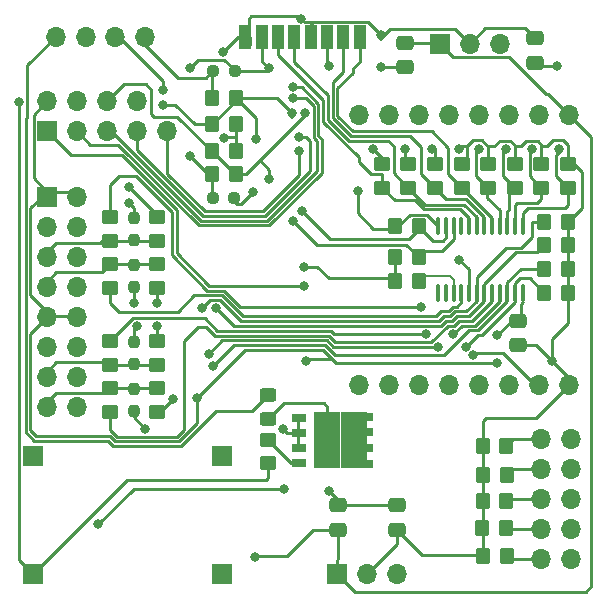
<source format=gbr>
%TF.GenerationSoftware,KiCad,Pcbnew,8.0.1*%
%TF.CreationDate,2024-03-29T13:37:13+01:00*%
%TF.ProjectId,EHealth_PCB,45486561-6c74-4685-9f50-43422e6b6963,rev?*%
%TF.SameCoordinates,Original*%
%TF.FileFunction,Copper,L1,Top*%
%TF.FilePolarity,Positive*%
%FSLAX46Y46*%
G04 Gerber Fmt 4.6, Leading zero omitted, Abs format (unit mm)*
G04 Created by KiCad (PCBNEW 8.0.1) date 2024-03-29 13:37:13*
%MOMM*%
%LPD*%
G01*
G04 APERTURE LIST*
G04 Aperture macros list*
%AMRoundRect*
0 Rectangle with rounded corners*
0 $1 Rounding radius*
0 $2 $3 $4 $5 $6 $7 $8 $9 X,Y pos of 4 corners*
0 Add a 4 corners polygon primitive as box body*
4,1,4,$2,$3,$4,$5,$6,$7,$8,$9,$2,$3,0*
0 Add four circle primitives for the rounded corners*
1,1,$1+$1,$2,$3*
1,1,$1+$1,$4,$5*
1,1,$1+$1,$6,$7*
1,1,$1+$1,$8,$9*
0 Add four rect primitives between the rounded corners*
20,1,$1+$1,$2,$3,$4,$5,0*
20,1,$1+$1,$4,$5,$6,$7,0*
20,1,$1+$1,$6,$7,$8,$9,0*
20,1,$1+$1,$8,$9,$2,$3,0*%
G04 Aperture macros list end*
%TA.AperFunction,SMDPad,CuDef*%
%ADD10RoundRect,0.250000X0.350000X0.450000X-0.350000X0.450000X-0.350000X-0.450000X0.350000X-0.450000X0*%
%TD*%
%TA.AperFunction,SMDPad,CuDef*%
%ADD11RoundRect,0.250000X-0.450000X0.350000X-0.450000X-0.350000X0.450000X-0.350000X0.450000X0.350000X0*%
%TD*%
%TA.AperFunction,ComponentPad*%
%ADD12O,1.700000X1.700000*%
%TD*%
%TA.AperFunction,SMDPad,CuDef*%
%ADD13RoundRect,0.250000X-0.350000X-0.450000X0.350000X-0.450000X0.350000X0.450000X-0.350000X0.450000X0*%
%TD*%
%TA.AperFunction,SMDPad,CuDef*%
%ADD14RoundRect,0.237500X0.237500X-0.250000X0.237500X0.250000X-0.237500X0.250000X-0.237500X-0.250000X0*%
%TD*%
%TA.AperFunction,ComponentPad*%
%ADD15R,1.700000X1.700000*%
%TD*%
%TA.AperFunction,SMDPad,CuDef*%
%ADD16RoundRect,0.100000X0.100000X-0.637500X0.100000X0.637500X-0.100000X0.637500X-0.100000X-0.637500X0*%
%TD*%
%TA.AperFunction,SMDPad,CuDef*%
%ADD17RoundRect,0.237500X0.250000X0.237500X-0.250000X0.237500X-0.250000X-0.237500X0.250000X-0.237500X0*%
%TD*%
%TA.AperFunction,SMDPad,CuDef*%
%ADD18RoundRect,0.250000X0.450000X-0.350000X0.450000X0.350000X-0.450000X0.350000X-0.450000X-0.350000X0*%
%TD*%
%TA.AperFunction,SMDPad,CuDef*%
%ADD19RoundRect,0.250000X0.475000X-0.337500X0.475000X0.337500X-0.475000X0.337500X-0.475000X-0.337500X0*%
%TD*%
%TA.AperFunction,SMDPad,CuDef*%
%ADD20R,1.200000X0.650000*%
%TD*%
%TA.AperFunction,SMDPad,CuDef*%
%ADD21R,0.500000X0.700000*%
%TD*%
%TA.AperFunction,SMDPad,CuDef*%
%ADD22R,2.250000X2.350000*%
%TD*%
%TA.AperFunction,SMDPad,CuDef*%
%ADD23RoundRect,0.250000X-0.475000X0.337500X-0.475000X-0.337500X0.475000X-0.337500X0.475000X0.337500X0*%
%TD*%
%TA.AperFunction,SMDPad,CuDef*%
%ADD24RoundRect,0.237500X-0.237500X0.250000X-0.237500X-0.250000X0.237500X-0.250000X0.237500X0.250000X0*%
%TD*%
%TA.AperFunction,SMDPad,CuDef*%
%ADD25R,1.000000X2.000000*%
%TD*%
%TA.AperFunction,SMDPad,CuDef*%
%ADD26RoundRect,0.250000X-0.450000X0.325000X-0.450000X-0.325000X0.450000X-0.325000X0.450000X0.325000X0*%
%TD*%
%TA.AperFunction,ViaPad*%
%ADD27C,0.800000*%
%TD*%
%TA.AperFunction,Conductor*%
%ADD28C,0.250000*%
%TD*%
%TA.AperFunction,Conductor*%
%ADD29C,0.127000*%
%TD*%
G04 APERTURE END LIST*
D10*
%TO.P,R16,1*%
%TO.N,Net-(J1-Pin_4)*%
X220771616Y-100351675D03*
%TO.P,R16,2*%
%TO.N,+3.3V*%
X218771616Y-100351675D03*
%TD*%
D11*
%TO.P,R25,1*%
%TO.N,+3.3V*%
X226000000Y-69500000D03*
%TO.P,R25,2*%
%TO.N,Net-(J2-Pin_8)*%
X226000000Y-71500000D03*
%TD*%
%TO.P,R8,1*%
%TO.N,+3.3V*%
X191250000Y-74025159D03*
%TO.P,R8,2*%
%TO.N,Net-(D3-A2)*%
X191250000Y-76025159D03*
%TD*%
D12*
%TO.P,J1,1,Pin_1*%
%TO.N,GND*%
X226275000Y-102990000D03*
%TO.P,J1,2,Pin_2*%
%TO.N,Net-(J1-Pin_2)*%
X223735000Y-102990000D03*
%TO.P,J1,3,Pin_3*%
%TO.N,GND*%
X226275000Y-100450000D03*
%TO.P,J1,4,Pin_4*%
%TO.N,Net-(J1-Pin_4)*%
X223735000Y-100450000D03*
%TO.P,J1,5,Pin_5*%
%TO.N,GND*%
X226275000Y-97910000D03*
%TO.P,J1,6,Pin_6*%
%TO.N,Net-(J1-Pin_6)*%
X223735000Y-97910000D03*
%TO.P,J1,7,Pin_7*%
%TO.N,GND*%
X226275000Y-95370000D03*
%TO.P,J1,8,Pin_8*%
%TO.N,Net-(J1-Pin_8)*%
X223735000Y-95370000D03*
%TO.P,J1,9,Pin_9*%
%TO.N,GND*%
X226275000Y-92830000D03*
%TO.P,J1,10,Pin_10*%
%TO.N,Net-(J1-Pin_10)*%
X223735000Y-92830000D03*
%TD*%
D10*
%TO.P,R17,1*%
%TO.N,Net-(J1-Pin_2)*%
X220811509Y-102698100D03*
%TO.P,R17,2*%
%TO.N,+3.3V*%
X218811509Y-102698100D03*
%TD*%
D13*
%TO.P,R4,1*%
%TO.N,+3.3V*%
X211400000Y-74800000D03*
%TO.P,R4,2*%
%TO.N,/SDA*%
X213400000Y-74800000D03*
%TD*%
D11*
%TO.P,R27,1*%
%TO.N,+3.3V*%
X221500000Y-69500000D03*
%TO.P,R27,2*%
%TO.N,Net-(J2-Pin_4)*%
X221500000Y-71500000D03*
%TD*%
D14*
%TO.P,D5,1,A1*%
%TO.N,GND*%
X189250000Y-90412500D03*
%TO.P,D5,2,A2*%
%TO.N,Net-(D5-A2)*%
X189250000Y-88587500D03*
%TD*%
D10*
%TO.P,R10,1*%
%TO.N,+3.3V*%
X226000000Y-76400000D03*
%TO.P,R10,2*%
%TO.N,Net-(J4-Pin_6)*%
X224000000Y-76400000D03*
%TD*%
D13*
%TO.P,R,1*%
%TO.N,/SCL*%
X195872552Y-66152898D03*
%TO.P,R,2*%
%TO.N,+3.3V*%
X197872552Y-66152898D03*
%TD*%
D15*
%TO.P,U2,1,-Vin*%
%TO.N,GND_12V*%
X180750000Y-104250000D03*
%TO.P,U2,2,+Vin*%
%TO.N,Net-(T1-S)*%
X180750000Y-94250000D03*
%TO.P,U2,3,-Vout*%
%TO.N,GND*%
X196750000Y-104250000D03*
%TO.P,U2,4,+Vout*%
%TO.N,VDD*%
X196750000Y-94250000D03*
%TD*%
D16*
%TO.P,U1,1,A0*%
%TO.N,unconnected-(U1-A0-Pad1)*%
X215025000Y-80462500D03*
%TO.P,U1,2,A1*%
%TO.N,unconnected-(U1-A1-Pad2)*%
X215675000Y-80462500D03*
%TO.P,U1,3,~{RESET}*%
%TO.N,Net-(U1-~{RESET})*%
X216325000Y-80462500D03*
%TO.P,U1,4,SD0*%
%TO.N,Net-(U1-SD0)*%
X216975000Y-80462500D03*
%TO.P,U1,5,SC0*%
%TO.N,Net-(U1-SC0)*%
X217625000Y-80462500D03*
%TO.P,U1,6,SD1*%
%TO.N,Net-(J4-Pin_8)*%
X218275000Y-80462500D03*
%TO.P,U1,7,SC1*%
%TO.N,Net-(J4-Pin_6)*%
X218925000Y-80462500D03*
%TO.P,U1,8,SD2*%
%TO.N,Net-(U1-SD2)*%
X219575000Y-80462500D03*
%TO.P,U1,9,SC2*%
%TO.N,Net-(U1-SC2)*%
X220225000Y-80462500D03*
%TO.P,U1,10,SD3*%
%TO.N,Net-(J4-Pin_16)*%
X220875000Y-80462500D03*
%TO.P,U1,11,SC3*%
%TO.N,Net-(J4-Pin_14)*%
X221525000Y-80462500D03*
%TO.P,U1,12,GND*%
%TO.N,GND*%
X222175000Y-80462500D03*
%TO.P,U1,13,SD4*%
%TO.N,Net-(J2-Pin_8)*%
X222175000Y-74737500D03*
%TO.P,U1,14,SC4*%
%TO.N,Net-(J2-Pin_7)*%
X221525000Y-74737500D03*
%TO.P,U1,15,SD5*%
%TO.N,Net-(J2-Pin_4)*%
X220875000Y-74737500D03*
%TO.P,U1,16,SC5*%
%TO.N,Net-(J2-Pin_3)*%
X220225000Y-74737500D03*
%TO.P,U1,17,SD6*%
%TO.N,Net-(J3-Pin_8)*%
X219575000Y-74737500D03*
%TO.P,U1,18,SC6*%
%TO.N,Net-(J3-Pin_7)*%
X218925000Y-74737500D03*
%TO.P,U1,19,SD7*%
%TO.N,Net-(J3-Pin_4)*%
X218275000Y-74737500D03*
%TO.P,U1,20,SC7*%
%TO.N,Net-(J3-Pin_3)*%
X217625000Y-74737500D03*
%TO.P,U1,21,A2*%
%TO.N,unconnected-(U1-A2-Pad21)*%
X216975000Y-74737500D03*
%TO.P,U1,22,SCL*%
%TO.N,/SCL*%
X216325000Y-74737500D03*
%TO.P,U1,23,SDA*%
%TO.N,/SDA*%
X215675000Y-74737500D03*
%TO.P,U1,24,VCC*%
%TO.N,+3.3V*%
X215025000Y-74737500D03*
%TD*%
D11*
%TO.P,R21,1*%
%TO.N,+3.3V*%
X217000000Y-69500000D03*
%TO.P,R21,2*%
%TO.N,Net-(J3-Pin_8)*%
X217000000Y-71500000D03*
%TD*%
D10*
%TO.P,R18,1*%
%TO.N,+3.3V*%
X226000000Y-78400000D03*
%TO.P,R18,2*%
%TO.N,Net-(J4-Pin_16)*%
X224000000Y-78400000D03*
%TD*%
D15*
%TO.P,J4-OffTheShelf-Digital1,1,Pin_1*%
%TO.N,/A5*%
X181920000Y-66750000D03*
D12*
%TO.P,J4-OffTheShelf-Digital1,2,Pin_2*%
%TO.N,+3.3V*%
X181920000Y-64210000D03*
%TO.P,J4-OffTheShelf-Digital1,3,Pin_3*%
%TO.N,/SPI_CS*%
X184460000Y-66750000D03*
%TO.P,J4-OffTheShelf-Digital1,4,Pin_4*%
%TO.N,GND*%
X184460000Y-64210000D03*
%TO.P,J4-OffTheShelf-Digital1,5,Pin_5*%
%TO.N,/GPIO4_LED*%
X187000000Y-66750000D03*
%TO.P,J4-OffTheShelf-Digital1,6,Pin_6*%
%TO.N,/SDA*%
X187000000Y-64210000D03*
%TO.P,J4-OffTheShelf-Digital1,7,Pin_7*%
%TO.N,/GPIO20_RX*%
X189540000Y-66750000D03*
%TO.P,J4-OffTheShelf-Digital1,8,Pin_8*%
%TO.N,/SCL*%
X189540000Y-64210000D03*
%TO.P,J4-OffTheShelf-Digital1,9,Pin_9*%
%TO.N,/GPIO21_TX*%
X192080000Y-66750000D03*
%TD*%
D11*
%TO.P,R24,1*%
%TO.N,+3.3V*%
X223750000Y-69500000D03*
%TO.P,R24,2*%
%TO.N,Net-(J2-Pin_7)*%
X223750000Y-71500000D03*
%TD*%
%TO.P,R23,1*%
%TO.N,+3.3V*%
X212500000Y-69500000D03*
%TO.P,R23,2*%
%TO.N,Net-(J3-Pin_4)*%
X212500000Y-71500000D03*
%TD*%
D12*
%TO.P,MagneticInterconnect,1,Pin_1*%
%TO.N,VDD_12V*%
X182670000Y-58790000D03*
%TO.P,MagneticInterconnect,2,Pin_2*%
%TO.N,GND_12V*%
X185170000Y-58790000D03*
%TO.P,MagneticInterconnect,3,Pin_3*%
%TO.N,Net-(D2-A2)*%
X187670000Y-58790000D03*
%TO.P,MagneticInterconnect,4,Pin_4*%
%TO.N,Net-(D1-A2)*%
X190170000Y-58790000D03*
%TD*%
D15*
%TO.P,Power,1,Pin_1*%
%TO.N,VDD*%
X206460000Y-104250000D03*
D12*
%TO.P,Power,2,Pin_2*%
%TO.N,+3.3V*%
X209000000Y-104250000D03*
%TO.P,Power,3,Pin_3*%
%TO.N,GND*%
X211540000Y-104250000D03*
%TD*%
D10*
%TO.P,R9,1*%
%TO.N,+3.3V*%
X226000000Y-74400000D03*
%TO.P,R9,2*%
%TO.N,Net-(J4-Pin_8)*%
X224000000Y-74400000D03*
%TD*%
D11*
%TO.P,R26,1*%
%TO.N,+3.3V*%
X219250000Y-69500000D03*
%TO.P,R26,2*%
%TO.N,Net-(J2-Pin_3)*%
X219250000Y-71500000D03*
%TD*%
D17*
%TO.P,D2,1,A1*%
%TO.N,GND*%
X197779449Y-72363000D03*
%TO.P,D2,2,A2*%
%TO.N,Net-(D2-A2)*%
X195954449Y-72363000D03*
%TD*%
D18*
%TO.P,R7,1*%
%TO.N,+3.3V*%
X191250000Y-80000000D03*
%TO.P,R7,2*%
%TO.N,Net-(D4-A2)*%
X191250000Y-78000000D03*
%TD*%
D15*
%TO.P,J4,1,Pin_1*%
%TO.N,+3.3V*%
X181910000Y-72320000D03*
D12*
%TO.P,J4,2,Pin_2*%
X184450000Y-72320000D03*
%TO.P,J4,3,Pin_3*%
%TO.N,GND*%
X181910000Y-74860000D03*
%TO.P,J4,4,Pin_4*%
X184450000Y-74860000D03*
%TO.P,J4,5,Pin_5*%
%TO.N,Net-(D3-A2)*%
X181910000Y-77400000D03*
%TO.P,J4,6,Pin_6*%
%TO.N,Net-(J4-Pin_6)*%
X184450000Y-77400000D03*
%TO.P,J4,7,Pin_7*%
%TO.N,Net-(D4-A2)*%
X181910000Y-79940000D03*
%TO.P,J4,8,Pin_8*%
%TO.N,Net-(J4-Pin_8)*%
X184450000Y-79940000D03*
%TO.P,J4,9,Pin_9*%
%TO.N,+3.3V*%
X181910000Y-82480000D03*
%TO.P,J4,10,Pin_10*%
X184450000Y-82480000D03*
%TO.P,J4,11,Pin_11*%
%TO.N,GND*%
X181910000Y-85020000D03*
%TO.P,J4,12,Pin_12*%
X184450000Y-85020000D03*
%TO.P,J4,13,Pin_13*%
%TO.N,Net-(D6-A2)*%
X181910000Y-87560000D03*
%TO.P,J4,14,Pin_14*%
%TO.N,Net-(J4-Pin_14)*%
X184450000Y-87560000D03*
%TO.P,J4,15,Pin_15*%
%TO.N,Net-(D5-A2)*%
X181910000Y-90100000D03*
%TO.P,J4,16,Pin_16*%
%TO.N,Net-(J4-Pin_16)*%
X184450000Y-90100000D03*
%TD*%
D19*
%TO.P,C1,1*%
%TO.N,GND*%
X212184817Y-61337076D03*
%TO.P,C1,2*%
%TO.N,VDD*%
X212184817Y-59262076D03*
%TD*%
D10*
%TO.P,R14,1*%
%TO.N,Net-(J1-Pin_8)*%
X220811509Y-95832038D03*
%TO.P,R14,2*%
%TO.N,+3.3V*%
X218811509Y-95832038D03*
%TD*%
D20*
%TO.P,T,1,S*%
%TO.N,Net-(T1-S)*%
X203236547Y-91000000D03*
X203236547Y-92270000D03*
X203236547Y-93540000D03*
%TO.P,T,4,G*%
%TO.N,Net-(T1-G)*%
X203236547Y-94810000D03*
D21*
%TO.P,T,5,D*%
%TO.N,Net-(T1-D)*%
X209236547Y-90905000D03*
D22*
X207861547Y-91730000D03*
X205611547Y-91730000D03*
D21*
X209236547Y-92235000D03*
X209236547Y-93575000D03*
D22*
X207861547Y-94080000D03*
X205611547Y-94080000D03*
D21*
X209236547Y-94905000D03*
%TD*%
D10*
%TO.P,FB,1*%
%TO.N,/SDA*%
X197866949Y-70395157D03*
%TO.P,FB,2*%
%TO.N,Net-(D2-A2)*%
X195866949Y-70395157D03*
%TD*%
D13*
%TO.P,R,1*%
%TO.N,/SDA*%
X195872552Y-68424265D03*
%TO.P,R,2*%
%TO.N,+3.3V*%
X197872552Y-68424265D03*
%TD*%
D23*
%TO.P,C1,1*%
%TO.N,GND*%
X206530000Y-98412500D03*
%TO.P,C1,2*%
%TO.N,VDD*%
X206530000Y-100487500D03*
%TD*%
D24*
%TO.P,D3,1,A1*%
%TO.N,GND*%
X189242528Y-74124079D03*
%TO.P,D3,2,A2*%
%TO.N,Net-(D3-A2)*%
X189242528Y-75949079D03*
%TD*%
D14*
%TO.P,D4,1,A1*%
%TO.N,GND*%
X189250000Y-79912500D03*
%TO.P,D4,2,A2*%
%TO.N,Net-(D4-A2)*%
X189250000Y-78087500D03*
%TD*%
D10*
%TO.P,R13,1*%
%TO.N,Net-(J1-Pin_10)*%
X220798693Y-93404591D03*
%TO.P,R13,2*%
%TO.N,+3.3V*%
X218798693Y-93404591D03*
%TD*%
D17*
%TO.P,D1,1,A1*%
%TO.N,GND*%
X197785052Y-61674265D03*
%TO.P,D1,2,A2*%
%TO.N,Net-(D1-A2)*%
X195960052Y-61674265D03*
%TD*%
D10*
%TO.P,R15,1*%
%TO.N,Net-(J1-Pin_6)*%
X220798280Y-98058578D03*
%TO.P,R15,2*%
%TO.N,+3.3V*%
X218798280Y-98058578D03*
%TD*%
D18*
%TO.P,FB5,1*%
%TO.N,Net-(U1-SD2)*%
X187250000Y-90500000D03*
%TO.P,FB5,2*%
%TO.N,Net-(D5-A2)*%
X187250000Y-88500000D03*
%TD*%
D11*
%TO.P,FB6,1*%
%TO.N,Net-(U1-SC2)*%
X187250000Y-84500000D03*
%TO.P,FB6,2*%
%TO.N,Net-(D6-A2)*%
X187250000Y-86500000D03*
%TD*%
D12*
%TO.P,LOLIN_C3_PICO1,1,VIN*%
%TO.N,VDD*%
X226131923Y-65341844D03*
%TO.P,LOLIN_C3_PICO1,2,GND*%
%TO.N,GND*%
X223591923Y-65341844D03*
%TO.P,LOLIN_C3_PICO1,3,6*%
%TO.N,/SPI_CS*%
X221051923Y-65341844D03*
%TO.P,LOLIN_C3_PICO1,4,7_-_RGB_LED*%
%TO.N,/GPIO4_LED*%
X218511923Y-65341844D03*
%TO.P,LOLIN_C3_PICO1,5,8_-_SDA*%
%TO.N,/SDA*%
X215971923Y-65341844D03*
%TO.P,LOLIN_C3_PICO1,6,10_-_SCL*%
%TO.N,/SCL*%
X213431923Y-65341844D03*
%TO.P,LOLIN_C3_PICO1,7,20_-_RX*%
%TO.N,/GPIO20_RX*%
X210891923Y-65341844D03*
%TO.P,LOLIN_C3_PICO1,8,21_-_TX*%
%TO.N,/GPIO21_TX*%
X208351923Y-65341844D03*
%TO.P,LOLIN_C3_PICO1,9,EN_-_RST*%
%TO.N,unconnected-(LOLIN_C3_PICO1-EN_-_RST-Pad9)*%
X208351923Y-88201844D03*
%TO.P,LOLIN_C3_PICO1,10,3_-_A3_-_VBAT*%
%TO.N,Net-(J1-Pin_2)*%
X210891923Y-88201844D03*
%TO.P,LOLIN_C3_PICO1,11,2_-_A2*%
%TO.N,Net-(J1-Pin_4)*%
X213431923Y-88201844D03*
%TO.P,LOLIN_C3_PICO1,12,1_-_A1_-_SCK*%
%TO.N,Net-(J1-Pin_6)*%
X215971923Y-88201844D03*
%TO.P,LOLIN_C3_PICO1,13,0_-_A0_-_MISO*%
%TO.N,Net-(J1-Pin_8)*%
X218511923Y-88201844D03*
%TO.P,LOLIN_C3_PICO1,14,4_-_A4_-_MOSI*%
%TO.N,Net-(J1-Pin_10)*%
X221051923Y-88201844D03*
%TO.P,LOLIN_C3_PICO1,15,5_-_A5*%
%TO.N,/A5*%
X223591923Y-88201844D03*
%TO.P,LOLIN_C3_PICO1,16,3.3V*%
%TO.N,+3.3V*%
X226131923Y-88201844D03*
%TD*%
D19*
%TO.P,C1,1*%
%TO.N,GND*%
X223202941Y-60937076D03*
%TO.P,C1,2*%
%TO.N,+3.3V*%
X223202941Y-58862076D03*
%TD*%
D13*
%TO.P,R1,1*%
%TO.N,+3.3V*%
X211394659Y-77400000D03*
%TO.P,R1,2*%
%TO.N,/SCL*%
X213394659Y-77400000D03*
%TD*%
D11*
%TO.P,R,1*%
%TO.N,Net-(T1-G)*%
X200614669Y-92865984D03*
%TO.P,R,2*%
%TO.N,GND_12V*%
X200614669Y-94865984D03*
%TD*%
D18*
%TO.P,R11,1*%
%TO.N,+3.3V*%
X191250000Y-90500000D03*
%TO.P,R11,2*%
%TO.N,Net-(D5-A2)*%
X191250000Y-88500000D03*
%TD*%
%TO.P,FB4,1*%
%TO.N,Net-(U1-SD0)*%
X187250000Y-80000000D03*
%TO.P,FB4,2*%
%TO.N,Net-(D4-A2)*%
X187250000Y-78000000D03*
%TD*%
D11*
%TO.P,R12,1*%
%TO.N,+3.3V*%
X191250000Y-84500000D03*
%TO.P,R12,2*%
%TO.N,Net-(D6-A2)*%
X191250000Y-86500000D03*
%TD*%
D10*
%TO.P,R19,1*%
%TO.N,+3.3V*%
X226000000Y-80400000D03*
%TO.P,R19,2*%
%TO.N,Net-(J4-Pin_14)*%
X224000000Y-80400000D03*
%TD*%
D15*
%TO.P,Power,1,Pin_1*%
%TO.N,VDD*%
X215144817Y-59324976D03*
D12*
%TO.P,Power,2,Pin_2*%
%TO.N,+3.3V*%
X217684817Y-59324976D03*
%TO.P,Power,3,Pin_3*%
%TO.N,GND*%
X220224817Y-59324976D03*
%TD*%
D11*
%TO.P,FB3,1*%
%TO.N,Net-(U1-SC0)*%
X187242528Y-74036579D03*
%TO.P,FB3,2*%
%TO.N,Net-(D3-A2)*%
X187242528Y-76036579D03*
%TD*%
D25*
%TO.P,J3,1,Pin_1*%
%TO.N,+3.3V*%
X198692860Y-58750000D03*
%TO.P,J3,2,Pin_2*%
%TO.N,GND*%
X200074288Y-58750000D03*
%TO.P,J3,3,Pin_3*%
%TO.N,Net-(J3-Pin_3)*%
X201455716Y-58750000D03*
%TO.P,J3,4,Pin_4*%
%TO.N,Net-(J3-Pin_4)*%
X202837144Y-58750000D03*
%TO.P,J3,5,Pin_5*%
%TO.N,+3.3V*%
X204218572Y-58750000D03*
%TO.P,J3,6,Pin_6*%
%TO.N,GND*%
X205600000Y-58750000D03*
%TO.P,J3,7,Pin_7*%
%TO.N,Net-(J3-Pin_7)*%
X206981428Y-58750000D03*
%TO.P,J3,8,Pin_8*%
%TO.N,Net-(J3-Pin_8)*%
X208362860Y-58750000D03*
%TD*%
D13*
%TO.P,FB,1*%
%TO.N,Net-(D1-A2)*%
X195872552Y-63924265D03*
%TO.P,FB,2*%
%TO.N,/SCL*%
X197872552Y-63924265D03*
%TD*%
D19*
%TO.P,C2,1*%
%TO.N,+3.3V*%
X221800000Y-84837500D03*
%TO.P,C2,2*%
%TO.N,GND*%
X221800000Y-82762500D03*
%TD*%
D11*
%TO.P,R22,1*%
%TO.N,+3.3V*%
X210250000Y-69500000D03*
%TO.P,R22,2*%
%TO.N,Net-(J3-Pin_3)*%
X210250000Y-71500000D03*
%TD*%
D24*
%TO.P,D6,1,A1*%
%TO.N,GND*%
X189250000Y-84587500D03*
%TO.P,D6,2,A2*%
%TO.N,Net-(D6-A2)*%
X189250000Y-86412500D03*
%TD*%
D26*
%TO.P,F,1*%
%TO.N,VDD_12V*%
X200614669Y-89074046D03*
%TO.P,F,2*%
%TO.N,Net-(T1-D)*%
X200614669Y-91124046D03*
%TD*%
D13*
%TO.P,R5,1*%
%TO.N,+3.3V*%
X211394659Y-79400000D03*
%TO.P,R5,2*%
%TO.N,Net-(U1-~{RESET})*%
X213394659Y-79400000D03*
%TD*%
D23*
%TO.P,C1,1*%
%TO.N,GND*%
X211570000Y-98412500D03*
%TO.P,C1,2*%
%TO.N,+3.3V*%
X211570000Y-100487500D03*
%TD*%
D11*
%TO.P,R20,1*%
%TO.N,+3.3V*%
X214750000Y-69500000D03*
%TO.P,R20,2*%
%TO.N,Net-(J3-Pin_7)*%
X214750000Y-71500000D03*
%TD*%
D27*
%TO.N,GND*%
X220000000Y-84000000D03*
X210184817Y-61299576D03*
X200660000Y-61420000D03*
X199341005Y-71898995D03*
X205800000Y-61200000D03*
X188818548Y-72818548D03*
X205800000Y-97200000D03*
X194000000Y-61400000D03*
X190200000Y-91920200D03*
X189500000Y-83250000D03*
X189250000Y-81250000D03*
X225056968Y-61235983D03*
%TO.N,VDD*%
X199500000Y-102750000D03*
%TO.N,+3.3V*%
X188818548Y-71427400D03*
X203441663Y-57207576D03*
X203800000Y-86200000D03*
X210200000Y-58600000D03*
X192558863Y-89411344D03*
X208200000Y-71800000D03*
X203677400Y-78200000D03*
X216750000Y-68232200D03*
X209500000Y-68232200D03*
X224650000Y-86150000D03*
X220000000Y-86400000D03*
X214500000Y-68232200D03*
X194589361Y-89291487D03*
X191250000Y-81250000D03*
X212250000Y-68232200D03*
X196800000Y-60000000D03*
X196889790Y-67308733D03*
X191250000Y-83250000D03*
%TO.N,/SDA*%
X203788123Y-65226540D03*
X200740000Y-70740000D03*
X203500000Y-73500000D03*
%TO.N,/SCL*%
X202700000Y-74300000D03*
X191750000Y-64500000D03*
X202677400Y-65226540D03*
X199589080Y-67390000D03*
%TO.N,/SPI_CS*%
X202750000Y-63000000D03*
%TO.N,/GPIO4_LED*%
X202750000Y-63952403D03*
%TO.N,/GPIO20_RX*%
X203200000Y-67200000D03*
%TO.N,/GPIO21_TX*%
X203200000Y-68400000D03*
%TO.N,/A5*%
X218000000Y-85722600D03*
X203677400Y-79822600D03*
%TO.N,GND_12V*%
X179550187Y-64300187D03*
%TO.N,Net-(J4-Pin_6)*%
X196250000Y-81707200D03*
%TO.N,Net-(J4-Pin_14)*%
X195600000Y-85600000D03*
X215000000Y-85000000D03*
X217391584Y-84989865D03*
%TO.N,Net-(J4-Pin_16)*%
X196000000Y-86600000D03*
%TO.N,Net-(J4-Pin_8)*%
X195000000Y-81707200D03*
%TO.N,Net-(J2-Pin_8)*%
X225250000Y-68250000D03*
%TO.N,Net-(J2-Pin_7)*%
X223000000Y-68250000D03*
%TO.N,Net-(D2-A2)*%
X191750000Y-63250000D03*
X194000000Y-68801713D03*
%TO.N,Net-(U1-SC0)*%
X213600000Y-81600000D03*
X216800000Y-77600000D03*
%TO.N,Net-(J2-Pin_4)*%
X220750000Y-68250000D03*
%TO.N,Net-(J2-Pin_3)*%
X218500000Y-68250000D03*
%TO.N,Net-(U1-SC2)*%
X214000000Y-83920200D03*
X216321005Y-83921005D03*
%TO.N,Net-(T1-S)*%
X201907974Y-91917661D03*
X202000000Y-97000000D03*
X186250000Y-100000000D03*
%TD*%
D28*
%TO.N,GND*%
X222000000Y-81362500D02*
X222175000Y-81187500D01*
X200660000Y-61420000D02*
X200074288Y-60834288D01*
X205800000Y-97200000D02*
X206530000Y-97930000D01*
X225056968Y-61235983D02*
X223501848Y-61235983D01*
X200453136Y-59423372D02*
X200453136Y-58750000D01*
X189250000Y-80000000D02*
X189250000Y-81250000D01*
X200074288Y-60834288D02*
X200074288Y-58750000D01*
X190200000Y-91920200D02*
X189250000Y-90970200D01*
X221237500Y-82762500D02*
X221800000Y-82762500D01*
X189242528Y-73242528D02*
X189242528Y-74036579D01*
X200405735Y-61674265D02*
X197872552Y-61674265D01*
X200660000Y-61420000D02*
X200405735Y-61674265D01*
X188818548Y-72818548D02*
X189242528Y-73242528D01*
X205600000Y-58750000D02*
X205600000Y-61000000D01*
X208057500Y-98412500D02*
X211570000Y-98412500D01*
X223501848Y-61235983D02*
X223202941Y-60937076D01*
X189250000Y-83500000D02*
X189250000Y-84500000D01*
X189500000Y-83250000D02*
X189250000Y-83500000D01*
X189250000Y-90970200D02*
X189250000Y-90500000D01*
X199341005Y-71898995D02*
X198315735Y-72924265D01*
X194703135Y-60696865D02*
X196895152Y-60696865D01*
X208057500Y-98412500D02*
X206530000Y-98412500D01*
X220000000Y-84000000D02*
X221237500Y-82762500D01*
X196895152Y-60696865D02*
X197872552Y-61674265D01*
X206530000Y-97930000D02*
X206530000Y-98412500D01*
X222000000Y-82362500D02*
X222000000Y-81362500D01*
X210222317Y-61337076D02*
X210184817Y-61299576D01*
X198315735Y-72924265D02*
X197872552Y-72924265D01*
X205600000Y-61000000D02*
X205800000Y-61200000D01*
X212184817Y-61337076D02*
X210222317Y-61337076D01*
X194000000Y-61400000D02*
X194703135Y-60696865D01*
%TO.N,VDD*%
X221017039Y-60452376D02*
X224123170Y-63558507D01*
X215184600Y-59000000D02*
X215210000Y-59025400D01*
X215144817Y-59324976D02*
X216272217Y-60452376D01*
X212452417Y-59299576D02*
X215119417Y-59299576D01*
X216272217Y-60452376D02*
X221017039Y-60452376D01*
X204442500Y-100487500D02*
X206530000Y-100487500D01*
X202190000Y-102740000D02*
X204442500Y-100487500D01*
X224123170Y-63558507D02*
X224338507Y-63558507D01*
X227500000Y-105750000D02*
X207960000Y-105750000D01*
X199510000Y-102740000D02*
X202190000Y-102740000D01*
X206460000Y-103000000D02*
X206460000Y-104250000D01*
X228000000Y-67220000D02*
X228000000Y-105250000D01*
X228000000Y-105250000D02*
X227500000Y-105750000D01*
X224338507Y-63558507D02*
X228000000Y-67220000D01*
X207960000Y-105750000D02*
X206460000Y-104250000D01*
X199500000Y-102750000D02*
X199510000Y-102740000D01*
X206530000Y-102930000D02*
X206460000Y-103000000D01*
X206530000Y-100487500D02*
X206530000Y-102930000D01*
%TO.N,+3.3V*%
X208200000Y-71800000D02*
X208200000Y-73700000D01*
X218798693Y-91261756D02*
X218798693Y-93404591D01*
X199200000Y-57000000D02*
X199000000Y-57200000D01*
X187680921Y-93000001D02*
X187208520Y-92527600D01*
X219750000Y-68021006D02*
X219250000Y-68021006D01*
X180500000Y-73255724D02*
X180500000Y-80584276D01*
X223337500Y-84837500D02*
X221800000Y-84837500D01*
X225606209Y-67500000D02*
X224750000Y-67500000D01*
X221500000Y-69521006D02*
X221500000Y-68000000D01*
X197872552Y-67250000D02*
X196948523Y-67250000D01*
X212250000Y-69250000D02*
X212500000Y-69500000D01*
X220250000Y-67521006D02*
X219750000Y-68021006D01*
X226000000Y-83000000D02*
X226000000Y-82500000D01*
X203441663Y-57207576D02*
X203234087Y-57000000D01*
X212600000Y-73800000D02*
X214087500Y-73800000D01*
X222427400Y-67572600D02*
X222000000Y-68000000D01*
X196800000Y-60000000D02*
X198050000Y-58750000D01*
X203706687Y-57472600D02*
X204400000Y-57472600D01*
X226000000Y-69500000D02*
X226000000Y-67893791D01*
X223437098Y-67572600D02*
X222427400Y-67572600D01*
X218798693Y-93404591D02*
X218798693Y-102603958D01*
X223750000Y-67885502D02*
X223437098Y-67572600D01*
X180500000Y-92020920D02*
X180500000Y-83890000D01*
X199000000Y-58442860D02*
X198692860Y-58750000D01*
X210250000Y-68982200D02*
X210250000Y-69500000D01*
X197872552Y-67250000D02*
X197872552Y-66152898D01*
X221500000Y-68000000D02*
X221500000Y-67881508D01*
X214087500Y-73800000D02*
X215025000Y-74737500D01*
X216417885Y-58058044D02*
X217684817Y-59324976D01*
X226000000Y-69500000D02*
X226500000Y-69500000D01*
X191250000Y-73802400D02*
X191250000Y-74025159D01*
X199071708Y-59423372D02*
X199071708Y-58750000D01*
X211570000Y-100487500D02*
X211570000Y-101680000D01*
X226120000Y-88200000D02*
X223320000Y-91000000D01*
X209500000Y-75000000D02*
X211400000Y-75000000D01*
X221500000Y-68500000D02*
X221500000Y-68800000D01*
X192558863Y-89411344D02*
X191470207Y-90500000D01*
X219250000Y-69500000D02*
X219250000Y-68042011D01*
X219009793Y-58000000D02*
X217684817Y-59324976D01*
X219060449Y-91000000D02*
X218798693Y-91261756D01*
X180792600Y-65337400D02*
X180792600Y-70716876D01*
X204218572Y-57654028D02*
X204400000Y-57472600D01*
X221500000Y-67881508D02*
X221139498Y-67521006D01*
X187208520Y-92527600D02*
X181006680Y-92527600D01*
X180792600Y-70716876D02*
X181915724Y-71840000D01*
X210976349Y-58058044D02*
X216417885Y-58058044D01*
X206400000Y-86400000D02*
X206000000Y-86000000D01*
X223750000Y-69478994D02*
X223750000Y-67885502D01*
X182335724Y-82420000D02*
X184035724Y-82420000D01*
X221500000Y-68000000D02*
X222000000Y-68000000D01*
X208200000Y-73700000D02*
X209500000Y-75000000D01*
X226120000Y-87620000D02*
X226120000Y-88200000D01*
X223202941Y-58862076D02*
X222340865Y-58000000D01*
X218798693Y-102603958D02*
X213686458Y-102603958D01*
X180500000Y-83890000D02*
X181915724Y-82474276D01*
X209072600Y-57472600D02*
X204400000Y-57472600D01*
X224650000Y-86150000D02*
X223337500Y-84837500D01*
X205250000Y-85250000D02*
X206000000Y-86000000D01*
X181915724Y-82474276D02*
X181915724Y-82000000D01*
X204000000Y-86000000D02*
X206000000Y-86000000D01*
X226500000Y-69500000D02*
X227200000Y-70200000D01*
X227200000Y-73200000D02*
X226000000Y-74400000D01*
X198630848Y-85250000D02*
X205250000Y-85250000D01*
X194589361Y-89291487D02*
X194589361Y-91479719D01*
X181915724Y-71840000D02*
X184455724Y-71840000D01*
X224250000Y-69000000D02*
X223750000Y-69500000D01*
X193069080Y-93000000D02*
X187680921Y-93000001D01*
X204800000Y-78200000D02*
X205800000Y-79200000D01*
X216982200Y-68000000D02*
X217500000Y-68000000D01*
X226000000Y-82750000D02*
X226000000Y-78000000D01*
X218707989Y-67500000D02*
X218000000Y-67500000D01*
X191250000Y-83079800D02*
X191250000Y-84500000D01*
X227200000Y-70200000D02*
X227200000Y-73200000D01*
X222340865Y-58000000D02*
X219009793Y-58000000D01*
X214750000Y-68250000D02*
X214500000Y-68000000D01*
X224650000Y-84350000D02*
X226000000Y-83000000D01*
X210200000Y-58600000D02*
X209072600Y-57472600D01*
X198050000Y-58750000D02*
X198692860Y-58750000D01*
X219250000Y-68042011D02*
X218707989Y-67500000D01*
X209500000Y-68232200D02*
X210250000Y-68982200D01*
X211394659Y-79111722D02*
X211394659Y-76861722D01*
X212250000Y-68000000D02*
X212250000Y-69250000D01*
X204218572Y-58750000D02*
X204218572Y-57654028D01*
X184035724Y-82420000D02*
X184455724Y-82000000D01*
X217500000Y-68000000D02*
X217500000Y-69000000D01*
X203800000Y-86200000D02*
X204000000Y-86000000D01*
X205800000Y-79200000D02*
X211306381Y-79200000D01*
X213686458Y-102603958D02*
X211570000Y-100487500D01*
X210134817Y-58899576D02*
X210976349Y-58058044D01*
X203234087Y-57000000D02*
X199200000Y-57000000D01*
X196948523Y-67250000D02*
X196889790Y-67308733D01*
X199000000Y-57200000D02*
X199000000Y-58442860D01*
X191250000Y-81250000D02*
X191250000Y-80000000D01*
X224250000Y-68000000D02*
X223750000Y-68000000D01*
X220000000Y-86400000D02*
X206400000Y-86400000D01*
X226000000Y-67893791D02*
X225606209Y-67500000D01*
X180500000Y-80584276D02*
X181915724Y-82000000D01*
X181920000Y-64210000D02*
X180792600Y-65337400D01*
X224650000Y-86150000D02*
X226120000Y-87620000D01*
X216750000Y-68232200D02*
X216982200Y-68000000D01*
X188875000Y-71427400D02*
X191250000Y-73802400D01*
X194589361Y-91479719D02*
X193069080Y-93000000D01*
X203500000Y-78200000D02*
X204800000Y-78200000D01*
X224750000Y-67500000D02*
X224250000Y-68000000D01*
X191470207Y-90500000D02*
X191250000Y-90500000D01*
X203441663Y-57207576D02*
X203706687Y-57472600D01*
X226000000Y-78000000D02*
X226000000Y-76000000D01*
X211306381Y-79200000D02*
X211394659Y-79111722D01*
X223320000Y-91000000D02*
X219060449Y-91000000D01*
X214750000Y-69500000D02*
X214750000Y-68250000D01*
X181915724Y-71840000D02*
X180500000Y-73255724D01*
X181006680Y-92527600D02*
X180500000Y-92020920D01*
X197872552Y-68424265D02*
X197872552Y-67250000D01*
X181915724Y-82000000D02*
X182335724Y-82420000D01*
X194589361Y-89291487D02*
X198630848Y-85250000D01*
X211570000Y-101680000D02*
X209000000Y-104250000D01*
X211400000Y-75000000D02*
X212600000Y-73800000D01*
X218000000Y-67500000D02*
X217500000Y-68000000D01*
X219250000Y-68792011D02*
X219250000Y-69500000D01*
X221139498Y-67521006D02*
X220250000Y-67521006D01*
X224650000Y-86150000D02*
X224650000Y-84350000D01*
X226000000Y-76400000D02*
X226000000Y-74400000D01*
%TO.N,/SDA*%
X215675000Y-74737500D02*
X215675000Y-75725000D01*
X198740231Y-70395157D02*
X197866949Y-70395157D01*
X200740000Y-70740000D02*
X200740000Y-69990000D01*
X213400000Y-75000000D02*
X212537593Y-75862407D01*
X192948287Y-65500000D02*
X191000000Y-65500000D01*
X190750000Y-65250000D02*
X190750000Y-63250000D01*
X215400000Y-76000000D02*
X214600000Y-76000000D01*
X197872552Y-70424265D02*
X195872552Y-68424265D01*
X197872552Y-70674265D02*
X197872552Y-70424265D01*
X190250000Y-62750000D02*
X188460000Y-62750000D01*
X212537593Y-75862407D02*
X205862407Y-75862407D01*
X195872552Y-68424265D02*
X192948287Y-65500000D01*
X191000000Y-65500000D02*
X190750000Y-65250000D01*
X200740000Y-69990000D02*
X199942694Y-69192694D01*
X215675000Y-75725000D02*
X215400000Y-76000000D01*
X203788123Y-65347266D02*
X203788123Y-65226540D01*
X213600000Y-75000000D02*
X213400000Y-75000000D01*
X205862407Y-75862407D02*
X203500000Y-73500000D01*
X199942694Y-69192694D02*
X198740231Y-70395157D01*
X199942694Y-69192694D02*
X203788123Y-65347266D01*
X214600000Y-76000000D02*
X213600000Y-75000000D01*
X190750000Y-63250000D02*
X190250000Y-62750000D01*
X215675000Y-74761494D02*
X215675000Y-74137500D01*
X188460000Y-62750000D02*
X187000000Y-64210000D01*
%TO.N,/SCL*%
X213394659Y-76861722D02*
X215338278Y-76861722D01*
X212339338Y-76344679D02*
X213394659Y-77400000D01*
X202700000Y-74300000D02*
X204744679Y-76344679D01*
X202677400Y-65500000D02*
X202427400Y-65250000D01*
X197872552Y-64152898D02*
X197872552Y-63924265D01*
X199589080Y-65640793D02*
X197872552Y-63924265D01*
X215338278Y-76861722D02*
X216325000Y-75875000D01*
X216325000Y-75875000D02*
X216325000Y-74137500D01*
X192758684Y-64500000D02*
X194411582Y-66152898D01*
X201375125Y-63924265D02*
X202677400Y-65226540D01*
X204744679Y-76344679D02*
X212339338Y-76344679D01*
X195872552Y-66152898D02*
X197872552Y-64152898D01*
X199589080Y-67390000D02*
X199589080Y-65640793D01*
X197872552Y-63924265D02*
X201375125Y-63924265D01*
X191750000Y-64500000D02*
X192758684Y-64500000D01*
X194411582Y-66152898D02*
X195872552Y-66152898D01*
%TO.N,/SPI_CS*%
X205152400Y-70234840D02*
X200680038Y-74707202D01*
X204890400Y-64432411D02*
X204890400Y-67129021D01*
X202750000Y-63000000D02*
X203457989Y-63000000D01*
X185587400Y-67877400D02*
X184460000Y-66750000D01*
X200680038Y-74707202D02*
X194749960Y-74707200D01*
X205152401Y-67391022D02*
X205152400Y-70234840D01*
X194749960Y-74707200D02*
X187920160Y-67877400D01*
X187920160Y-67877400D02*
X185587400Y-67877400D01*
X204890400Y-67129021D02*
X205152401Y-67391022D01*
X203457989Y-63000000D02*
X204890400Y-64432411D01*
%TO.N,/GPIO4_LED*%
X203841312Y-63952403D02*
X204488000Y-64599091D01*
X204750000Y-67557701D02*
X204750000Y-70068160D01*
X204488000Y-64599091D02*
X204488000Y-67295701D01*
X200513359Y-74304801D02*
X194916640Y-74304800D01*
X194916640Y-74304800D02*
X187361840Y-66750000D01*
X187361840Y-66750000D02*
X187000000Y-66750000D01*
X202750000Y-63952403D02*
X203841312Y-63952403D01*
X204750000Y-70068160D02*
X200513359Y-74304801D01*
X204488000Y-67295701D02*
X204750000Y-67557701D01*
%TO.N,/GPIO20_RX*%
X203823219Y-67200000D02*
X204176323Y-67553104D01*
X195083320Y-73902400D02*
X189540000Y-68359080D01*
X203200000Y-67200000D02*
X203823219Y-67200000D01*
X200346680Y-73902400D02*
X195083320Y-73902400D01*
X204176323Y-67553104D02*
X204176323Y-70072757D01*
X189540000Y-68359080D02*
X189540000Y-66750000D01*
X204176323Y-70072757D02*
X200346680Y-73902400D01*
%TO.N,/GPIO21_TX*%
X195250000Y-73500000D02*
X192080000Y-70330000D01*
X203200000Y-68400000D02*
X203200000Y-70480000D01*
X200180000Y-73500000D02*
X195250000Y-73500000D01*
X192080000Y-70330000D02*
X192080000Y-66750000D01*
X203200000Y-70480000D02*
X200180000Y-73500000D01*
%TO.N,Net-(J1-Pin_4)*%
X223735000Y-100450000D02*
X220869941Y-100450000D01*
X220869941Y-100450000D02*
X220771616Y-100351675D01*
%TO.N,Net-(J1-Pin_2)*%
X221103409Y-102990000D02*
X220811509Y-102698100D01*
X223735000Y-102990000D02*
X221103409Y-102990000D01*
%TO.N,Net-(J1-Pin_10)*%
X223735000Y-92830000D02*
X221373284Y-92830000D01*
X221373284Y-92830000D02*
X220798693Y-93404591D01*
%TO.N,Net-(J1-Pin_6)*%
X223735000Y-97910000D02*
X220946858Y-97910000D01*
X220946858Y-97910000D02*
X220798280Y-98058578D01*
%TO.N,Net-(J1-Pin_8)*%
X223735000Y-95370000D02*
X221273547Y-95370000D01*
X221273547Y-95370000D02*
X220811509Y-95832038D01*
%TO.N,/A5*%
X195641680Y-79822600D02*
X192902400Y-77083320D01*
X218222600Y-85500000D02*
X220500000Y-85500000D01*
X223200000Y-88200000D02*
X223580000Y-88200000D01*
X218000000Y-85722600D02*
X218222600Y-85500000D01*
X220500000Y-85500000D02*
X223200000Y-88200000D01*
X188223680Y-68750000D02*
X183920000Y-68750000D01*
X192902400Y-77083320D02*
X192902400Y-73428720D01*
X203677400Y-79822600D02*
X195641680Y-79822600D01*
X183920000Y-68750000D02*
X181920000Y-66750000D01*
X192902400Y-73428720D02*
X188223680Y-68750000D01*
D29*
%TO.N,Net-(U1-~{RESET})*%
X213394659Y-79400000D02*
X213794659Y-79000000D01*
X216325000Y-79325000D02*
X216325000Y-80462500D01*
X213794659Y-79000000D02*
X216000000Y-79000000D01*
X216000000Y-79000000D02*
X216325000Y-79325000D01*
D28*
%TO.N,Net-(T1-D)*%
X201972490Y-89766225D02*
X205321220Y-89766225D01*
X200614669Y-91124046D02*
X201972490Y-89766225D01*
X205611547Y-90056552D02*
X205611547Y-91730000D01*
X205321220Y-89766225D02*
X205611547Y-90056552D01*
%TO.N,VDD_12V*%
X182548979Y-58801394D02*
X180227587Y-61122786D01*
X180227587Y-65572413D02*
X180097600Y-65702400D01*
X196198160Y-90440000D02*
X199248715Y-90440000D01*
X199248715Y-90440000D02*
X200614669Y-89074046D01*
X180840000Y-92930000D02*
X187041840Y-92930000D01*
X187514241Y-93402401D02*
X193235760Y-93402400D01*
X187041840Y-92930000D02*
X187514241Y-93402401D01*
X180227587Y-61122786D02*
X180227587Y-65572413D01*
X180097600Y-65702400D02*
X180097600Y-92187600D01*
X193235760Y-93402400D02*
X196198160Y-90440000D01*
X180097600Y-92187600D02*
X180840000Y-92930000D01*
%TO.N,GND_12V*%
X200614669Y-96090984D02*
X200614669Y-94865984D01*
X179500000Y-64350373D02*
X179500000Y-103000000D01*
X188700000Y-96300000D02*
X200405653Y-96300000D01*
X179500000Y-103000000D02*
X180750000Y-104250000D01*
X200405653Y-96300000D02*
X200614669Y-96090984D01*
X180750000Y-104250000D02*
X188700000Y-96300000D01*
%TO.N,Net-(D5-A2)*%
X186880000Y-88870000D02*
X182665724Y-88870000D01*
X189250000Y-88500000D02*
X191250000Y-88500000D01*
X182665724Y-88870000D02*
X181915724Y-89620000D01*
X187250000Y-88500000D02*
X186880000Y-88870000D01*
X187250000Y-88500000D02*
X189250000Y-88500000D01*
%TO.N,Net-(D6-A2)*%
X186750000Y-86500000D02*
X186540000Y-86290000D01*
X187250000Y-86500000D02*
X186750000Y-86500000D01*
X182705724Y-86290000D02*
X181915724Y-87080000D01*
X191250000Y-86500000D02*
X189250000Y-86500000D01*
X186540000Y-86290000D02*
X182705724Y-86290000D01*
X187250000Y-86500000D02*
X189250000Y-86500000D01*
%TO.N,Net-(J4-Pin_6)*%
X215272931Y-83200000D02*
X215675332Y-82797599D01*
X221600000Y-77000000D02*
X218925000Y-79675000D01*
X216638120Y-82392800D02*
X217618694Y-82392800D01*
X224000000Y-76400000D02*
X223400000Y-77000000D01*
X197742800Y-83200000D02*
X215272931Y-83200000D01*
X217618694Y-82392800D02*
X218925000Y-81086494D01*
X218925000Y-79675000D02*
X218925000Y-80462500D01*
X215675332Y-82797599D02*
X216233320Y-82797600D01*
X216233320Y-82797600D02*
X216638120Y-82392800D01*
X223400000Y-77000000D02*
X221600000Y-77000000D01*
X218925000Y-81086494D02*
X218925000Y-80462500D01*
X196250000Y-81707200D02*
X197742800Y-83200000D01*
%TO.N,Net-(J4-Pin_14)*%
X222800000Y-79200000D02*
X224000000Y-80400000D01*
X221937500Y-79200000D02*
X222800000Y-79200000D01*
X217391584Y-84989865D02*
X218379048Y-84002401D01*
X218699724Y-84002401D02*
X221525000Y-81177125D01*
X218379048Y-84002401D02*
X218699724Y-84002401D01*
X221525000Y-79612500D02*
X221525000Y-80462500D01*
X221525000Y-79612500D02*
X221937500Y-79200000D01*
X206138160Y-85000000D02*
X205583359Y-84445199D01*
X196754801Y-84445199D02*
X195600000Y-85600000D01*
X205583359Y-84445199D02*
X196754801Y-84445199D01*
X221525000Y-81177125D02*
X221525000Y-80462500D01*
X215000000Y-85000000D02*
X206138160Y-85000000D01*
%TO.N,Net-(J4-Pin_16)*%
X215480000Y-85720000D02*
X217600000Y-83600000D01*
X206289080Y-85720000D02*
X215480000Y-85720000D01*
X197752400Y-84847600D02*
X205416680Y-84847600D01*
X218361494Y-83600000D02*
X220875000Y-81086494D01*
X220875000Y-79525000D02*
X220875000Y-80462500D01*
X224000000Y-78400000D02*
X222000000Y-78400000D01*
X205416680Y-84847600D02*
X206289080Y-85720000D01*
X217600000Y-83600000D02*
X218361494Y-83600000D01*
X220875000Y-81086494D02*
X220875000Y-80462500D01*
X196000000Y-86600000D02*
X197752400Y-84847600D01*
X222000000Y-78400000D02*
X220875000Y-79525000D01*
%TO.N,Net-(J4-Pin_8)*%
X222002400Y-76597600D02*
X220752878Y-76597600D01*
X196530589Y-81029800D02*
X198298389Y-82797600D01*
X222950478Y-74400000D02*
X222950478Y-75649522D01*
X215106251Y-82797600D02*
X215508653Y-82395198D01*
X216471440Y-81990400D02*
X217371094Y-81990400D01*
X198298389Y-82797600D02*
X215106251Y-82797600D01*
X218275000Y-81086494D02*
X218275000Y-80462500D01*
X222950478Y-75649522D02*
X222002400Y-76597600D01*
X195677400Y-81029800D02*
X196530589Y-81029800D01*
X224000000Y-74400000D02*
X222950478Y-74400000D01*
X218275000Y-79075478D02*
X218275000Y-80525000D01*
X195000000Y-81500000D02*
X195000000Y-81707200D01*
X215508653Y-82395198D02*
X216066641Y-82395199D01*
X195000000Y-81707200D02*
X195677400Y-81029800D01*
X216066641Y-82395199D02*
X216471440Y-81990400D01*
X220752878Y-76597600D02*
X218275000Y-79075478D01*
X217371094Y-81990400D02*
X218275000Y-81086494D01*
%TO.N,Net-(J2-Pin_8)*%
X225022600Y-70522600D02*
X226000000Y-71500000D01*
X225022600Y-68727400D02*
X225022600Y-70522600D01*
X225800000Y-73200000D02*
X222600000Y-73200000D01*
X222600000Y-73200000D02*
X222175000Y-73625000D01*
X222175000Y-73625000D02*
X222175000Y-74737500D01*
X226000000Y-71500000D02*
X226000000Y-73000000D01*
X225500000Y-68250000D02*
X225022600Y-68727400D01*
X226000000Y-73000000D02*
X225800000Y-73200000D01*
%TO.N,Net-(J2-Pin_7)*%
X223750000Y-71500000D02*
X223750000Y-72450000D01*
X221525000Y-72969253D02*
X221525000Y-74737500D01*
X221696653Y-72797600D02*
X221525000Y-72969253D01*
X222772600Y-70522600D02*
X223750000Y-71500000D01*
X222772600Y-68250000D02*
X222772600Y-70522600D01*
X223750000Y-72450000D02*
X223402400Y-72797600D01*
X223402400Y-72797600D02*
X221696653Y-72797600D01*
%TO.N,Net-(D1-A2)*%
X195872552Y-61674265D02*
X195346817Y-62200000D01*
X193000000Y-62200000D02*
X190048979Y-59248979D01*
X195346817Y-62200000D02*
X193000000Y-62200000D01*
X190048979Y-59248979D02*
X190048979Y-58801394D01*
X195872552Y-61674265D02*
X195872552Y-63924265D01*
%TO.N,Net-(D2-A2)*%
X195866949Y-70668662D02*
X194000000Y-68801713D01*
X191500000Y-63250000D02*
X191750000Y-63000000D01*
X191750000Y-62500000D02*
X188051394Y-58801394D01*
X191750000Y-63000000D02*
X191750000Y-62500000D01*
X195866949Y-72363000D02*
X195866949Y-70668662D01*
X188051394Y-58801394D02*
X187548979Y-58801394D01*
%TO.N,Net-(D3-A2)*%
X186391266Y-76170000D02*
X182665724Y-76170000D01*
X189738343Y-76036579D02*
X191265735Y-76036579D01*
X187738343Y-76036579D02*
X189738343Y-76036579D01*
X187242528Y-76036579D02*
X186524687Y-76036579D01*
X191265735Y-76036579D02*
X191500065Y-76270909D01*
X186524687Y-76036579D02*
X186391266Y-76170000D01*
X182665724Y-76170000D02*
X181915724Y-76920000D01*
%TO.N,Net-(D4-A2)*%
X187250000Y-78000000D02*
X186570000Y-78680000D01*
X187250000Y-78000000D02*
X189250000Y-78000000D01*
X186570000Y-78680000D02*
X182695724Y-78680000D01*
X191250000Y-78000000D02*
X189250000Y-78000000D01*
X182695724Y-78680000D02*
X181915724Y-79460000D01*
%TO.N,Net-(J3-Pin_7)*%
X214750000Y-71500000D02*
X215728623Y-72478623D01*
X213581574Y-70331574D02*
X213581574Y-68081574D01*
X212652400Y-67152400D02*
X207667426Y-67152400D01*
X207667426Y-67152400D02*
X206097599Y-65582573D01*
X213581574Y-68081574D02*
X212652400Y-67152400D01*
X206097600Y-62600000D02*
X206981428Y-61716172D01*
X217409543Y-72478623D02*
X218925000Y-73994080D01*
X218925000Y-73994080D02*
X218925000Y-74737500D01*
X215728623Y-72478623D02*
X217409543Y-72478623D01*
X214750000Y-71500000D02*
X213581574Y-70331574D01*
X206981428Y-61716172D02*
X206981428Y-58750000D01*
X206097599Y-65582573D02*
X206097600Y-62600000D01*
%TO.N,Net-(U1-SC0)*%
X195475000Y-80225000D02*
X192500000Y-77250000D01*
X192500000Y-73595400D02*
X189404600Y-70500000D01*
X189404600Y-70500000D02*
X188000000Y-70500000D01*
X196863948Y-80224999D02*
X195475000Y-80225000D01*
X198238949Y-81600000D02*
X196863948Y-80224999D01*
X187242528Y-71257472D02*
X187242528Y-74036579D01*
X213600000Y-81600000D02*
X198238949Y-81600000D01*
X192500000Y-77250000D02*
X192500000Y-73595400D01*
X217625000Y-78425000D02*
X216800000Y-77600000D01*
X188000000Y-70500000D02*
X187242528Y-71257472D01*
X217625000Y-80462500D02*
X217625000Y-78425000D01*
%TO.N,Net-(U1-SD0)*%
X216612000Y-81588000D02*
X216975000Y-81225000D01*
X215259561Y-81992799D02*
X215899961Y-81992799D01*
X194377400Y-80627400D02*
X196697269Y-80627400D01*
X216975000Y-81225000D02*
X216975000Y-80462500D01*
X188000000Y-82000000D02*
X193004800Y-82000000D01*
X187250000Y-81250000D02*
X188000000Y-82000000D01*
X216304760Y-81588000D02*
X216612000Y-81588000D01*
X215899961Y-81992799D02*
X216304760Y-81588000D01*
X196697269Y-80627400D02*
X198465069Y-82395200D01*
X214857160Y-82395200D02*
X215259561Y-81992799D01*
X193004800Y-82000000D02*
X194377400Y-80627400D01*
X187250000Y-80000000D02*
X187250000Y-81250000D01*
X198465069Y-82395200D02*
X214857160Y-82395200D01*
%TO.N,Net-(J3-Pin_8)*%
X208362860Y-60837140D02*
X208362860Y-58750000D01*
X215874206Y-68124206D02*
X214500000Y-66750000D01*
X217000000Y-71500000D02*
X219575000Y-74075000D01*
X219575000Y-74075000D02*
X219575000Y-74737500D01*
X214500000Y-66750000D02*
X207834106Y-66750000D01*
X207800000Y-61800000D02*
X207800000Y-61400000D01*
X215874206Y-70374206D02*
X215874206Y-68124206D01*
X206500000Y-63100000D02*
X207800000Y-61800000D01*
X207834106Y-66750000D02*
X206500000Y-65415894D01*
X206500000Y-65415894D02*
X206500000Y-63100000D01*
X217000000Y-71500000D02*
X215874206Y-70374206D01*
X207800000Y-61400000D02*
X208362860Y-60837140D01*
%TO.N,Net-(J3-Pin_4)*%
X205695198Y-65749252D02*
X205695198Y-63695198D01*
X213948568Y-72948568D02*
X217223567Y-72948568D01*
X212500000Y-71500000D02*
X211250000Y-70250000D01*
X211250000Y-70250000D02*
X211250000Y-68000000D01*
X211250000Y-68000000D02*
X210804800Y-67554800D01*
X202837144Y-60837144D02*
X202837144Y-58750000D01*
X217223567Y-72948568D02*
X218275000Y-74000001D01*
X212500000Y-71500000D02*
X213948568Y-72948568D01*
X207500746Y-67554800D02*
X205695198Y-65749252D01*
X210804800Y-67554800D02*
X207500746Y-67554800D01*
X205695198Y-63695198D02*
X202837144Y-60837144D01*
X218275000Y-74000001D02*
X218275000Y-74737500D01*
%TO.N,Net-(J3-Pin_3)*%
X213030920Y-72600000D02*
X213781888Y-73350968D01*
X209351008Y-70377400D02*
X210250000Y-70377400D01*
X205292799Y-65915933D02*
X208296379Y-68919513D01*
X216862462Y-73350968D02*
X217625000Y-74113506D01*
X208296379Y-69322771D02*
X209351008Y-70377400D01*
X201455716Y-60274796D02*
X205292800Y-64111880D01*
X210250000Y-70377400D02*
X210250000Y-71500000D01*
X213781888Y-73350968D02*
X216862462Y-73350968D01*
X211350000Y-72600000D02*
X213030920Y-72600000D01*
X205292800Y-64111880D02*
X205292799Y-65915933D01*
X210250000Y-71500000D02*
X211350000Y-72600000D01*
X208296379Y-68919513D02*
X208296379Y-69322771D01*
X201455716Y-58750000D02*
X201455716Y-60274796D01*
X217625000Y-74113506D02*
X217625000Y-74537500D01*
%TO.N,Net-(J2-Pin_4)*%
X221000000Y-73372336D02*
X220875000Y-73497336D01*
X220875000Y-73497336D02*
X220875000Y-74737500D01*
X220500000Y-70500000D02*
X221500000Y-71500000D01*
X221500000Y-71500000D02*
X221000000Y-72000000D01*
X220500000Y-68250000D02*
X220500000Y-70500000D01*
X221000000Y-72000000D02*
X221000000Y-73372336D01*
%TO.N,Net-(J2-Pin_3)*%
X219250000Y-71500000D02*
X219200000Y-71550000D01*
X219200000Y-72400000D02*
X220225000Y-73425000D01*
X218250000Y-68500000D02*
X218250000Y-70500000D01*
X219200000Y-71550000D02*
X219200000Y-72400000D01*
X218500000Y-68250000D02*
X218250000Y-68500000D01*
X220225000Y-73425000D02*
X220225000Y-74737500D01*
X218250000Y-70500000D02*
X219250000Y-71500000D01*
%TO.N,Net-(U1-SD2)*%
X219575000Y-81086494D02*
X219575000Y-80462500D01*
X193500000Y-92000000D02*
X193500000Y-84500000D01*
X195405589Y-83301595D02*
X196146794Y-84042800D01*
X196146794Y-84042800D02*
X205750039Y-84042799D01*
X187250000Y-92000000D02*
X187847600Y-92597600D01*
X216400000Y-83200000D02*
X216804800Y-82795200D01*
X205750039Y-84042799D02*
X206304840Y-84597600D01*
X214444411Y-84597600D02*
X215842011Y-83200000D01*
X206304840Y-84597600D02*
X214444411Y-84597600D01*
X187250000Y-90500000D02*
X187250000Y-92000000D01*
X193500000Y-84500000D02*
X194698405Y-83301595D01*
X192902400Y-92597600D02*
X193500000Y-92000000D01*
X194698405Y-83301595D02*
X195405589Y-83301595D01*
X187847600Y-92597600D02*
X192902400Y-92597600D01*
X216804800Y-82795200D02*
X217866294Y-82795200D01*
X215842011Y-83200000D02*
X216400000Y-83200000D01*
X217866294Y-82795200D02*
X219575000Y-81086494D01*
%TO.N,Net-(U1-SC2)*%
X214000000Y-83920200D02*
X213994693Y-83914893D01*
X216321005Y-83921005D02*
X217044410Y-83197600D01*
X196313474Y-83640400D02*
X195245674Y-82572600D01*
X218113894Y-83197600D02*
X220225000Y-81086494D01*
X220225000Y-81086494D02*
X220225000Y-80462500D01*
X217044410Y-83197600D02*
X218113894Y-83197600D01*
X205916718Y-83640398D02*
X196313474Y-83640400D01*
X195245674Y-82572600D02*
X189177400Y-82572600D01*
X189177400Y-82572600D02*
X187250000Y-84500000D01*
X213994693Y-83914893D02*
X206191213Y-83914893D01*
X206191213Y-83914893D02*
X205916718Y-83640398D01*
%TO.N,Net-(T1-G)*%
X202920000Y-94905000D02*
X203195000Y-94905000D01*
X200614669Y-92865984D02*
X200880984Y-92865984D01*
X202558685Y-94810000D02*
X203236547Y-94810000D01*
X200614669Y-92865984D02*
X202558685Y-94810000D01*
%TO.N,Net-(T1-S)*%
X203236547Y-92270000D02*
X202260313Y-92270000D01*
X189250000Y-97000000D02*
X202000000Y-97000000D01*
X203511547Y-93540000D02*
X203236547Y-93540000D01*
X203195000Y-91095000D02*
X203195000Y-92365000D01*
X202260313Y-92270000D02*
X201907974Y-91917661D01*
X186250000Y-100000000D02*
X189250000Y-97000000D01*
X202775000Y-93635000D02*
X203195000Y-93635000D01*
X203365954Y-91124046D02*
X203395000Y-91095000D01*
X202775000Y-93635000D02*
X203395000Y-93635000D01*
X203195000Y-93635000D02*
X203195000Y-92365000D01*
%TD*%
M02*

</source>
